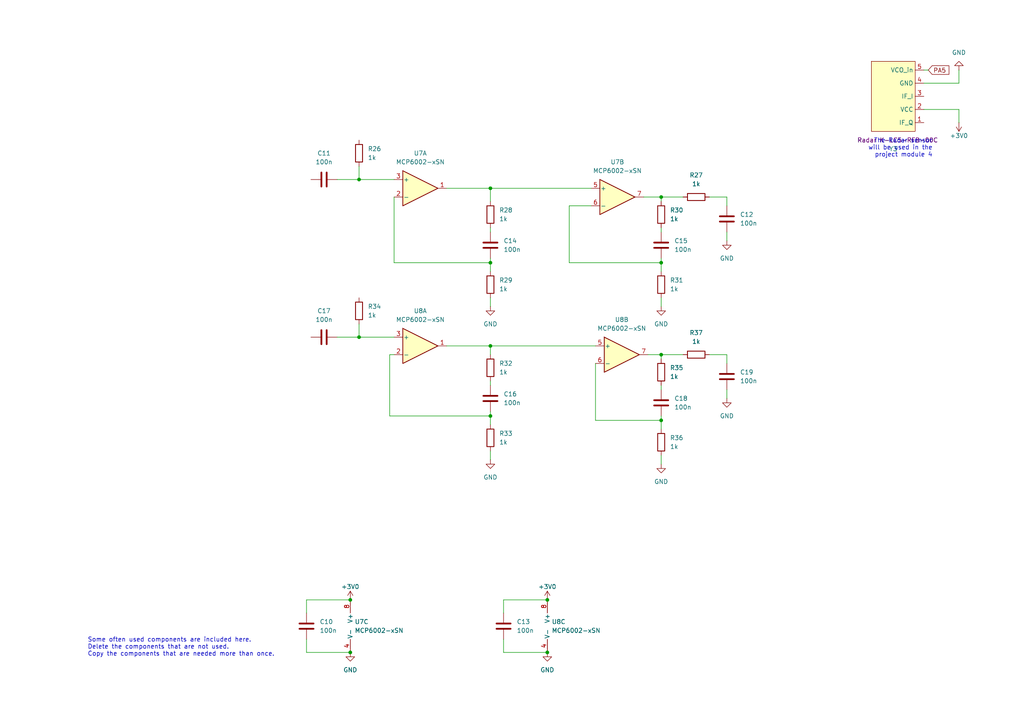
<source format=kicad_sch>
(kicad_sch (version 20250114) (generator "eeschema") (generator_version "9.0")
  (paper "A4")
  (title_block (title "Amplifiers and Filters") (date "2022-12-22") (company "hhrt@zhaw.ch"))
  (lib_symbols
    (symbol "Amplifier_Operational:MCP6002-xSN" (pin_names (offset 0.127))
      (property "Reference" "U" (at 0 5.08 0))
      (property "Value" "MCP6002-xSN" (at 0 -5.08 0))
      (symbol "MCP6002-xSN_1_1"
        (polyline (pts (xy -5.08 5.08) (xy 5.08 0) (xy -5.08 -5.08) (xy -5.08 5.08)) (stroke (width 0.254)) (fill (type background)))
        (pin input line (at -7.62 2.54 0) (length 2.54) (name "+") (number "3"))
        (pin input line (at -7.62 -2.54 0) (length 2.54) (name "-") (number "2"))
        (pin output line (at 7.62 0 180) (length 2.54) (name "~") (number "1"))
      )
      (symbol "MCP6002-xSN_2_1"
        (polyline (pts (xy -5.08 5.08) (xy 5.08 0) (xy -5.08 -5.08) (xy -5.08 5.08)) (stroke (width 0.254)) (fill (type background)))
        (pin input line (at -7.62 2.54 0) (length 2.54) (name "+") (number "5"))
        (pin input line (at -7.62 -2.54 0) (length 2.54) (name "-") (number "6"))
        (pin output line (at 7.62 0 180) (length 2.54) (name "~") (number "7"))
      )
      (symbol "MCP6002-xSN_3_1"
        (pin power_in line (at -2.54 7.62 270) (length 3.81) (name "V+") (number "8"))
        (pin power_in line (at -2.54 -7.62 90) (length 3.81) (name "V-") (number "4"))
      )
    )
    (symbol "Device:C" (pin_numbers (hide yes)) (pin_names (offset 0.254))
      (property "Reference" "C" (at 0.635 2.54 0))
      (property "Value" "C" (at 0.635 -2.54 0))
      (symbol "C_0_1"
        (polyline (pts (xy -2.032 0.762) (xy 2.032 0.762)) (stroke (width 0.508)))
        (polyline (pts (xy -2.032 -0.762) (xy 2.032 -0.762)) (stroke (width 0.508)))
      )
      (symbol "C_1_1"
        (pin passive line (at 0 3.81 270) (length 2.794) (name "~") (number "1"))
        (pin passive line (at 0 -3.81 90) (length 2.794) (name "~") (number "2"))
      )
    )
    (symbol "Device:R" (pin_numbers (hide yes)) (pin_names (offset 0))
      (property "Reference" "R" (at 2.032 0 90))
      (property "Value" "R" (at 0 0 90))
      (symbol "R_0_1"
        (rectangle (start -1.016 -2.54) (end 1.016 2.54) (stroke (width 0.254)))
      )
      (symbol "R_1_1"
        (pin passive line (at 0 3.81 270) (length 1.27) (name "~") (number "1"))
        (pin passive line (at 0 -3.81 90) (length 1.27) (name "~") (number "2"))
      )
    )
    (symbol "HW_template:Radar K-LC5-RFB-00C"
      (property "Reference" "Y" (at 0 15.24 0))
      (property "Value" "${SIM.PARAMS}" (at -1.27 12.7 0))
      (property "Sim.Params" "Radar K-LC5-RFB-00C" (at -1.27 12.7 0))
      (symbol "Radar K-LC5-RFB-00C_0_1"
        (rectangle (start -6.35 10.16) (end 6.35 -10.16) (fill (type background)))
      )
      (symbol "Radar K-LC5-RFB-00C_1_1"
        (pin output line (at -8.89 7.62 0) (length 2.54) (name "IF_Q") (number "1"))
        (pin power_in line (at -8.89 3.81 0) (length 2.54) (name "VCC") (number "2"))
        (pin output line (at -8.89 0 0) (length 2.54) (name "IF_I") (number "3"))
        (pin power_in line (at -8.89 -3.81 0) (length 2.54) (name "GND") (number "4"))
        (pin input line (at -8.89 -7.62 0) (length 2.54) (name "VCO_in") (number "5"))
      )
    )
    (symbol "power:+3V0" (power) (pin_numbers (hide yes)) (pin_names (offset 0) (hide yes))
      (property "Value" "+3V0" (at 0 3.556 0))
      (symbol "+3V0_0_1"
        (polyline (pts (xy -0.762 1.27) (xy 0 2.54)))
        (polyline (pts (xy 0 2.54) (xy 0.762 1.27)))
        (polyline (pts (xy 0 0) (xy 0 2.54)))
      )
      (symbol "+3V0_1_1"
        (pin power_in line (at 0 0 90) (length 0) (name "~") (number "1"))
      )
    )
    (symbol "power:GND" (power) (pin_numbers (hide yes)) (pin_names (offset 0) (hide yes))
      (property "Value" "GND" (at 0 -3.81 0))
      (symbol "GND_0_1"
        (polyline (pts (xy 0 0) (xy 0 -1.27) (xy 1.27 -1.27) (xy 0 -2.54) (xy -1.27 -1.27) (xy 0 -1.27)))
      )
      (symbol "GND_1_1"
        (pin power_in line (at 0 0 270) (length 0) (name "~") (number "1"))
      )
    )
  )
  (text "The Radar sensor\nwill be used in the\nproject module 4" (at 270.51 45.72 0) (effects (font (size 1.27 1.27)) (justify right bottom)))
  (text "Some often used components are included here.\nDelete the components that are not used.\nCopy the components that are needed more than once." (at 25.4 190.5 0) (effects (font (size 1.27 1.27)) (justify left bottom)))
  (junction (at 191.77 121.92))
  (junction (at 142.24 76.2))
  (junction (at 191.77 102.87))
  (junction (at 142.24 100.33))
  (junction (at 142.24 54.61))
  (junction (at 158.75 189.23))
  (junction (at 104.14 97.79))
  (junction (at 142.24 120.65))
  (junction (at 101.6 189.23))
  (junction (at 101.6 173.99))
  (junction (at 104.14 52.07))
  (junction (at 191.77 76.2))
  (junction (at 191.77 57.15))
  (junction (at 158.75 173.99))
  (wire (pts (xy 267.97 24.13) (xy 278.13 24.13)))
  (wire (pts (xy 142.24 119.38) (xy 142.24 120.65)))
  (wire (pts (xy 146.05 189.23) (xy 158.75 189.23)))
  (wire (pts (xy 191.77 121.92) (xy 191.77 124.46)))
  (wire (pts (xy 104.14 48.26) (xy 104.14 52.07)))
  (wire (pts (xy 142.24 120.65) (xy 142.24 123.19)))
  (wire (pts (xy 269.24 20.32) (xy 267.97 20.32)))
  (wire (pts (xy 191.77 132.08) (xy 191.77 134.62)))
  (wire (pts (xy 142.24 54.61) (xy 129.54 54.61)))
  (wire (pts (xy 142.24 54.61) (xy 142.24 58.42)))
  (wire (pts (xy 191.77 76.2) (xy 191.77 78.74)))
  (wire (pts (xy 278.13 31.75) (xy 267.97 31.75)))
  (wire (pts (xy 142.24 102.87) (xy 142.24 100.33)))
  (wire (pts (xy 114.3 76.2) (xy 142.24 76.2)))
  (wire (pts (xy 165.1 76.2) (xy 191.77 76.2)))
  (wire (pts (xy 191.77 104.14) (xy 191.77 102.87)))
  (wire (pts (xy 278.13 24.13) (xy 278.13 20.32)))
  (wire (pts (xy 142.24 86.36) (xy 142.24 88.9)))
  (wire (pts (xy 142.24 120.65) (xy 113.03 120.65)))
  (wire (pts (xy 191.77 86.36) (xy 191.77 88.9)))
  (wire (pts (xy 88.9 173.99) (xy 101.6 173.99)))
  (wire (pts (xy 104.14 97.79) (xy 114.3 97.79)))
  (wire (pts (xy 205.74 102.87) (xy 210.82 102.87)))
  (wire (pts (xy 142.24 76.2) (xy 142.24 78.74)))
  (wire (pts (xy 146.05 185.42) (xy 146.05 189.23)))
  (wire (pts (xy 210.82 57.15) (xy 210.82 59.69)))
  (wire (pts (xy 88.9 189.23) (xy 101.6 189.23)))
  (wire (pts (xy 142.24 54.61) (xy 171.45 54.61)))
  (wire (pts (xy 97.79 52.07) (xy 104.14 52.07)))
  (wire (pts (xy 142.24 130.81) (xy 142.24 133.35)))
  (wire (pts (xy 210.82 113.03) (xy 210.82 115.57)))
  (wire (pts (xy 191.77 57.15) (xy 186.69 57.15)))
  (wire (pts (xy 104.14 93.98) (xy 104.14 97.79)))
  (wire (pts (xy 88.9 177.8) (xy 88.9 173.99)))
  (wire (pts (xy 142.24 100.33) (xy 172.72 100.33)))
  (wire (pts (xy 146.05 177.8) (xy 146.05 173.99)))
  (wire (pts (xy 88.9 185.42) (xy 88.9 189.23)))
  (wire (pts (xy 142.24 100.33) (xy 129.54 100.33)))
  (wire (pts (xy 191.77 120.65) (xy 191.77 121.92)))
  (wire (pts (xy 278.13 35.56) (xy 278.13 31.75)))
  (wire (pts (xy 146.05 173.99) (xy 158.75 173.99)))
  (wire (pts (xy 210.82 67.31) (xy 210.82 69.85)))
  (wire (pts (xy 210.82 102.87) (xy 210.82 105.41)))
  (wire (pts (xy 172.72 121.92) (xy 191.77 121.92)))
  (wire (pts (xy 191.77 66.04) (xy 191.77 67.31)))
  (wire (pts (xy 142.24 66.04) (xy 142.24 67.31)))
  (wire (pts (xy 142.24 74.93) (xy 142.24 76.2)))
  (wire (pts (xy 172.72 105.41) (xy 172.72 121.92)))
  (wire (pts (xy 142.24 110.49) (xy 142.24 111.76)))
  (wire (pts (xy 191.77 111.76) (xy 191.77 113.03)))
  (wire (pts (xy 191.77 57.15) (xy 198.12 57.15)))
  (wire (pts (xy 114.3 57.15) (xy 114.3 76.2)))
  (wire (pts (xy 113.03 102.87) (xy 114.3 102.87)))
  (wire (pts (xy 191.77 74.93) (xy 191.77 76.2)))
  (wire (pts (xy 191.77 102.87) (xy 198.12 102.87)))
  (wire (pts (xy 165.1 59.69) (xy 165.1 76.2)))
  (wire (pts (xy 171.45 59.69) (xy 165.1 59.69)))
  (wire (pts (xy 97.79 97.79) (xy 104.14 97.79)))
  (wire (pts (xy 205.74 57.15) (xy 210.82 57.15)))
  (wire (pts (xy 187.96 102.87) (xy 191.77 102.87)))
  (wire (pts (xy 191.77 58.42) (xy 191.77 57.15)))
  (wire (pts (xy 113.03 120.65) (xy 113.03 102.87)))
  (wire (pts (xy 104.14 52.07) (xy 114.3 52.07)))
  (global_label "PA5" (shape input) (at 269.24 20.32 0) (property "Intersheetrefs" "${INTERSHEET_REFS}" (effects (hide yes))))
  (symbol (lib_id "HW_template:Radar K-LC5-RFB-00C") (at 259.08 27.94 180) (unit 1) (exclude_from_sim yes)
    (property "Reference" "Y3" (at 259.08 43.18 0))
    (property "Value" "${SIM.PARAMS}" (at 260.35 40.64 0))
    (property "Footprint" "HW_template:Radar_K-LC5" (effects (hide yes)))
    (property "Datasheet" "https://rfbeam.ch/product/k-lc5-radar-transceiver/" (effects (hide yes)))
    (property "Sim.Device" "SPICE" (effects (hide yes)))
    (property "Sim.Params" "Radar K-LC5-RFB-00C" (at 260.35 40.64 0))
    (property "Sim.Pins" "1=1 2=2 3=3 4=4 5=5" (effects (hide yes)))
  )
  (symbol (lib_id "Device:R") (at 191.77 62.23 0) (unit 1)
    (property "Reference" "R30" (at 194.31 60.9599 0) (effects (justify left)))
    (property "Value" "1k" (at 194.31 63.4999 0) (effects (justify left)))
    (property "Footprint" "Resistor_SMD:R_0805_2012Metric_Pad1.20x1.40mm_HandSolder" (effects (hide yes)))
  )
  (symbol (lib_id "Device:C") (at 142.24 115.57 180) (unit 1)
    (property "Reference" "C16" (at 146.05 114.2999 0) (effects (justify right)))
    (property "Value" "100n" (at 146.05 116.8399 0) (effects (justify right)))
    (property "Footprint" "Capacitor_SMD:C_0805_2012Metric_Pad1.18x1.45mm_HandSolder" (effects (hide yes)))
  )
  (symbol (lib_id "Device:C") (at 93.98 52.07 90) (unit 1)
    (property "Reference" "C11" (at 93.98 44.45 90))
    (property "Value" "100n" (at 93.98 46.99 90))
    (property "Footprint" "Capacitor_SMD:C_0805_2012Metric_Pad1.18x1.45mm_HandSolder" (effects (hide yes)))
  )
  (symbol (lib_id "Device:C") (at 210.82 63.5 180) (unit 1)
    (property "Reference" "C12" (at 214.63 62.2299 0) (effects (justify right)))
    (property "Value" "100n" (at 214.63 64.7699 0) (effects (justify right)))
    (property "Footprint" "Capacitor_SMD:C_0805_2012Metric_Pad1.18x1.45mm_HandSolder" (effects (hide yes)))
  )
  (symbol (lib_id "power:GND") (at 158.75 189.23 0) (unit 1)
    (property "Reference" "#PWR051" (effects (hide yes)))
    (property "Value" "GND" (at 158.75 194.31 0))
    (property "Description" "Power symbol creates a global label with name \"GND\" , ground" (effects (hide yes)))
  )
  (symbol (lib_id "power:GND") (at 278.13 20.32 180) (unit 1)
    (property "Reference" "#PWR062" (effects (hide yes)))
    (property "Value" "GND" (at 278.13 15.24 0))
    (property "Description" "Power symbol creates a global label with name \"GND\" , ground" (effects (hide yes)))
  )
  (symbol (lib_id "Device:R") (at 191.77 107.95 0) (unit 1)
    (property "Reference" "R35" (at 194.31 106.6799 0) (effects (justify left)))
    (property "Value" "1k" (at 194.31 109.2199 0) (effects (justify left)))
    (property "Footprint" "Resistor_SMD:R_0805_2012Metric_Pad1.20x1.40mm_HandSolder" (effects (hide yes)))
  )
  (symbol (lib_id "Device:C") (at 191.77 71.12 180) (unit 1)
    (property "Reference" "C15" (at 195.58 69.8499 0) (effects (justify right)))
    (property "Value" "100n" (at 195.58 72.3899 0) (effects (justify right)))
    (property "Footprint" "Capacitor_SMD:C_0805_2012Metric_Pad1.18x1.45mm_HandSolder" (effects (hide yes)))
  )
  (symbol (lib_id "Device:R") (at 142.24 127 0) (unit 1)
    (property "Reference" "R33" (at 144.78 125.7299 0) (effects (justify left)))
    (property "Value" "1k" (at 144.78 128.2699 0) (effects (justify left)))
    (property "Footprint" "Resistor_SMD:R_0805_2012Metric_Pad1.20x1.40mm_HandSolder" (effects (hide yes)))
  )
  (symbol (lib_id "Device:R") (at 191.77 128.27 0) (unit 1)
    (property "Reference" "R36" (at 194.31 126.9999 0) (effects (justify left)))
    (property "Value" "1k" (at 194.31 129.5399 0) (effects (justify left)))
    (property "Footprint" "Resistor_SMD:R_0805_2012Metric_Pad1.20x1.40mm_HandSolder" (effects (hide yes)))
  )
  (symbol (lib_id "Device:R") (at 142.24 62.23 0) (unit 1)
    (property "Reference" "R28" (at 144.78 60.9599 0) (effects (justify left)))
    (property "Value" "1k" (at 144.78 63.4999 0) (effects (justify left)))
    (property "Footprint" "Resistor_SMD:R_0805_2012Metric_Pad1.20x1.40mm_HandSolder" (effects (hide yes)))
  )
  (symbol (lib_id "Amplifier_Operational:MCP6002-xSN") (at 161.29 181.61 0) (unit 3)
    (property "Reference" "U8" (at 160.02 180.3399 0) (effects (justify left)))
    (property "Value" "MCP6002-xSN" (at 160.02 182.8799 0) (effects (justify left)))
    (property "Footprint" "Package_SO:SOIC-8_3.9x4.9mm_P1.27mm" (effects (hide yes)))
    (property "Datasheet" "http://ww1.microchip.com/downloads/en/DeviceDoc/21733j.pdf" (effects (hide yes)))
    (property "Sim.Library" "spice\\MCP6002.lib" (effects (hide yes)))
    (property "Sim.Name" "MCP6002" (effects (hide yes)))
    (property "Sim.Pins" "1=1out 2=1in- 3=1in+ 4=vcc- 5=2in+ 6=2in- 7=2out 8=vcc+" (effects (hide yes)))
  )
  (symbol (lib_id "Amplifier_Operational:MCP6002-xSN") (at 121.92 100.33 0) (unit 1)
    (property "Reference" "U8" (at 121.92 90.17 0))
    (property "Value" "MCP6002-xSN" (at 121.92 92.71 0))
    (property "Footprint" "Package_SO:SOIC-8_3.9x4.9mm_P1.27mm" (effects (hide yes)))
    (property "Datasheet" "http://ww1.microchip.com/downloads/en/DeviceDoc/21733j.pdf" (effects (hide yes)))
    (property "Sim.Library" "spice\\MCP6002.lib" (effects (hide yes)))
    (property "Sim.Name" "MCP6002" (effects (hide yes)))
    (property "Sim.Pins" "1=1out 2=1in- 3=1in+ 4=vcc- 5=2in+ 6=2in- 7=2out 8=vcc+" (effects (hide yes)))
  )
  (symbol (lib_id "Device:R") (at 142.24 106.68 0) (unit 1)
    (property "Reference" "R32" (at 144.78 105.4099 0) (effects (justify left)))
    (property "Value" "1k" (at 144.78 107.9499 0) (effects (justify left)))
    (property "Footprint" "Resistor_SMD:R_0805_2012Metric_Pad1.20x1.40mm_HandSolder" (effects (hide yes)))
  )
  (symbol (lib_id "Device:R") (at 201.93 57.15 90) (unit 1)
    (property "Reference" "R27" (at 201.93 50.8 90))
    (property "Value" "1k" (at 201.93 53.34 90))
    (property "Footprint" "Resistor_SMD:R_0805_2012Metric_Pad1.20x1.40mm_HandSolder" (effects (hide yes)))
  )
  (symbol (lib_id "power:GND") (at 210.82 115.57 0) (unit 1)
    (property "Reference" "#PWR012" (effects (hide yes)))
    (property "Value" "GND" (at 210.82 120.65 0))
    (property "Description" "Power symbol creates a global label with name \"GND\" , ground" (effects (hide yes)))
  )
  (symbol (lib_id "Device:C") (at 210.82 109.22 180) (unit 1)
    (property "Reference" "C19" (at 214.63 107.9499 0) (effects (justify right)))
    (property "Value" "100n" (at 214.63 110.4899 0) (effects (justify right)))
    (property "Footprint" "Capacitor_SMD:C_0805_2012Metric_Pad1.18x1.45mm_HandSolder" (effects (hide yes)))
  )
  (symbol (lib_id "Device:C") (at 142.24 71.12 180) (unit 1)
    (property "Reference" "C14" (at 146.05 69.8499 0) (effects (justify right)))
    (property "Value" "100n" (at 146.05 72.3899 0) (effects (justify right)))
    (property "Footprint" "Capacitor_SMD:C_0805_2012Metric_Pad1.18x1.45mm_HandSolder" (effects (hide yes)))
  )
  (symbol (lib_id "power:GND") (at 191.77 88.9 0) (unit 1)
    (property "Reference" "#PWR058" (effects (hide yes)))
    (property "Value" "GND" (at 191.77 93.98 0))
    (property "Description" "Power symbol creates a global label with name \"GND\" , ground" (effects (hide yes)))
  )
  (symbol (lib_id "power:+3V0") (at 278.13 35.56 180) (unit 1)
    (property "Reference" "#PWR061" (effects (hide yes)))
    (property "Value" "+3V0" (at 278.13 39.37 0))
    (property "Description" "Power symbol creates a global label with name \"+3V0\"" (effects (hide yes)))
  )
  (symbol (lib_id "Device:R") (at 201.93 102.87 90) (unit 1)
    (property "Reference" "R37" (at 201.93 96.52 90))
    (property "Value" "1k" (at 201.93 99.06 90))
    (property "Footprint" "Resistor_SMD:R_0805_2012Metric_Pad1.20x1.40mm_HandSolder" (effects (hide yes)))
  )
  (symbol (lib_id "Device:C") (at 88.9 181.61 0) (unit 1)
    (property "Reference" "C10" (at 92.71 180.3399 0) (effects (justify left)))
    (property "Value" "100n" (at 92.71 182.8799 0) (effects (justify left)))
    (property "Footprint" "Capacitor_SMD:C_0805_2012Metric_Pad1.18x1.45mm_HandSolder" (effects (hide yes)))
  )
  (symbol (lib_id "power:GND") (at 191.77 134.62 0) (unit 1)
    (property "Reference" "#PWR060" (effects (hide yes)))
    (property "Value" "GND" (at 191.77 139.7 0))
    (property "Description" "Power symbol creates a global label with name \"GND\" , ground" (effects (hide yes)))
  )
  (symbol (lib_id "power:GND") (at 101.6 189.23 0) (unit 1)
    (property "Reference" "#PWR049" (effects (hide yes)))
    (property "Value" "GND" (at 101.6 194.31 0))
    (property "Description" "Power symbol creates a global label with name \"GND\" , ground" (effects (hide yes)))
  )
  (symbol (lib_id "Amplifier_Operational:MCP6002-xSN") (at 180.34 102.87 0) (unit 2)
    (property "Reference" "U8" (at 180.34 92.71 0))
    (property "Value" "MCP6002-xSN" (at 180.34 95.25 0))
    (property "Footprint" "Package_SO:SOIC-8_3.9x4.9mm_P1.27mm" (effects (hide yes)))
    (property "Datasheet" "http://ww1.microchip.com/downloads/en/DeviceDoc/21733j.pdf" (effects (hide yes)))
    (property "Sim.Library" "spice\\MCP6002.lib" (effects (hide yes)))
    (property "Sim.Name" "MCP6002" (effects (hide yes)))
    (property "Sim.Pins" "1=1out 2=1in- 3=1in+ 4=vcc- 5=2in+ 6=2in- 7=2out 8=vcc+" (effects (hide yes)))
  )
  (symbol (lib_id "Device:R") (at 104.14 90.17 0) (unit 1)
    (property "Reference" "R34" (at 106.68 88.8999 0) (effects (justify left)))
    (property "Value" "1k" (at 106.68 91.4399 0) (effects (justify left)))
    (property "Footprint" "Resistor_SMD:R_0805_2012Metric_Pad1.20x1.40mm_HandSolder" (effects (hide yes)))
  )
  (symbol (lib_id "power:+3V0") (at 158.75 173.99 0) (unit 1)
    (property "Reference" "#PWR050" (effects (hide yes)))
    (property "Value" "+3V0" (at 158.75 170.18 0))
    (property "Description" "Power symbol creates a global label with name \"+3V0\"" (effects (hide yes)))
  )
  (symbol (lib_id "power:GND") (at 142.24 133.35 0) (unit 1)
    (property "Reference" "#PWR059" (effects (hide yes)))
    (property "Value" "GND" (at 142.24 138.43 0))
    (property "Description" "Power symbol creates a global label with name \"GND\" , ground" (effects (hide yes)))
  )
  (symbol (lib_id "Device:R") (at 142.24 82.55 0) (unit 1)
    (property "Reference" "R29" (at 144.78 81.2799 0) (effects (justify left)))
    (property "Value" "1k" (at 144.78 83.8199 0) (effects (justify left)))
    (property "Footprint" "Resistor_SMD:R_0805_2012Metric_Pad1.20x1.40mm_HandSolder" (effects (hide yes)))
  )
  (symbol (lib_id "power:GND") (at 210.82 69.85 0) (unit 1)
    (property "Reference" "#PWR011" (effects (hide yes)))
    (property "Value" "GND" (at 210.82 74.93 0))
    (property "Description" "Power symbol creates a global label with name \"GND\" , ground" (effects (hide yes)))
  )
  (symbol (lib_id "Device:C") (at 146.05 181.61 0) (unit 1)
    (property "Reference" "C13" (at 149.86 180.3399 0) (effects (justify left)))
    (property "Value" "100n" (at 149.86 182.8799 0) (effects (justify left)))
    (property "Footprint" "Capacitor_SMD:C_0805_2012Metric_Pad1.18x1.45mm_HandSolder" (effects (hide yes)))
  )
  (symbol (lib_id "Device:R") (at 191.77 82.55 0) (unit 1)
    (property "Reference" "R31" (at 194.31 81.2799 0) (effects (justify left)))
    (property "Value" "1k" (at 194.31 83.8199 0) (effects (justify left)))
    (property "Footprint" "Resistor_SMD:R_0805_2012Metric_Pad1.20x1.40mm_HandSolder" (effects (hide yes)))
  )
  (symbol (lib_id "Device:C") (at 191.77 116.84 180) (unit 1)
    (property "Reference" "C18" (at 195.58 115.5699 0) (effects (justify right)))
    (property "Value" "100n" (at 195.58 118.1099 0) (effects (justify right)))
    (property "Footprint" "Capacitor_SMD:C_0805_2012Metric_Pad1.18x1.45mm_HandSolder" (effects (hide yes)))
  )
  (symbol (lib_id "power:GND") (at 142.24 88.9 0) (unit 1)
    (property "Reference" "#PWR054" (effects (hide yes)))
    (property "Value" "GND" (at 142.24 93.98 0))
    (property "Description" "Power symbol creates a global label with name \"GND\" , ground" (effects (hide yes)))
  )
  (symbol (lib_id "Amplifier_Operational:MCP6002-xSN") (at 104.14 181.61 0) (unit 3)
    (property "Reference" "U7" (at 102.87 180.3399 0) (effects (justify left)))
    (property "Value" "MCP6002-xSN" (at 102.87 182.8799 0) (effects (justify left)))
    (property "Footprint" "Package_SO:SOIC-8_3.9x4.9mm_P1.27mm" (effects (hide yes)))
    (property "Datasheet" "http://ww1.microchip.com/downloads/en/DeviceDoc/21733j.pdf" (effects (hide yes)))
    (property "Sim.Library" "spice\\MCP6002.lib" (effects (hide yes)))
    (property "Sim.Name" "MCP6002" (effects (hide yes)))
    (property "Sim.Pins" "1=1out 2=1in- 3=1in+ 4=vcc- 5=2in+ 6=2in- 7=2out 8=vcc+" (effects (hide yes)))
  )
  (symbol (lib_id "Device:C") (at 93.98 97.79 90) (unit 1)
    (property "Reference" "C17" (at 93.98 90.17 90))
    (property "Value" "100n" (at 93.98 92.71 90))
    (property "Footprint" "Capacitor_SMD:C_0805_2012Metric_Pad1.18x1.45mm_HandSolder" (effects (hide yes)))
  )
  (symbol (lib_id "Amplifier_Operational:MCP6002-xSN") (at 121.92 54.61 0) (unit 1)
    (property "Reference" "U7" (at 121.92 44.45 0))
    (property "Value" "MCP6002-xSN" (at 121.92 46.99 0))
    (property "Footprint" "Package_SO:SOIC-8_3.9x4.9mm_P1.27mm" (effects (hide yes)))
    (property "Datasheet" "http://ww1.microchip.com/downloads/en/DeviceDoc/21733j.pdf" (effects (hide yes)))
    (property "Sim.Library" "spice\\MCP6002.lib" (effects (hide yes)))
    (property "Sim.Name" "MCP6002" (effects (hide yes)))
    (property "Sim.Pins" "1=1out 2=1in- 3=1in+ 4=vcc- 5=2in+ 6=2in- 7=2out 8=vcc+" (effects (hide yes)))
  )
  (symbol (lib_id "Amplifier_Operational:MCP6002-xSN") (at 179.07 57.15 0) (unit 2)
    (property "Reference" "U7" (at 179.07 46.99 0))
    (property "Value" "MCP6002-xSN" (at 179.07 49.53 0))
    (property "Footprint" "Package_SO:SOIC-8_3.9x4.9mm_P1.27mm" (effects (hide yes)))
    (property "Datasheet" "http://ww1.microchip.com/downloads/en/DeviceDoc/21733j.pdf" (effects (hide yes)))
    (property "Sim.Library" "spice\\MCP6002.lib" (effects (hide yes)))
    (property "Sim.Name" "MCP6002" (effects (hide yes)))
    (property "Sim.Pins" "1=1out 2=1in- 3=1in+ 4=vcc- 5=2in+ 6=2in- 7=2out 8=vcc+" (effects (hide yes)))
  )
  (symbol (lib_id "Device:R") (at 104.14 44.45 0) (unit 1)
    (property "Reference" "R26" (at 106.68 43.1799 0) (effects (justify left)))
    (property "Value" "1k" (at 106.68 45.7199 0) (effects (justify left)))
    (property "Footprint" "Resistor_SMD:R_0805_2012Metric_Pad1.20x1.40mm_HandSolder" (effects (hide yes)))
  )
  (symbol (lib_id "power:+3V0") (at 101.6 173.99 0) (unit 1)
    (property "Reference" "#PWR048" (effects (hide yes)))
    (property "Value" "+3V0" (at 101.6 170.18 0))
    (property "Description" "Power symbol creates a global label with name \"+3V0\"" (effects (hide yes)))
  )
)
</source>
